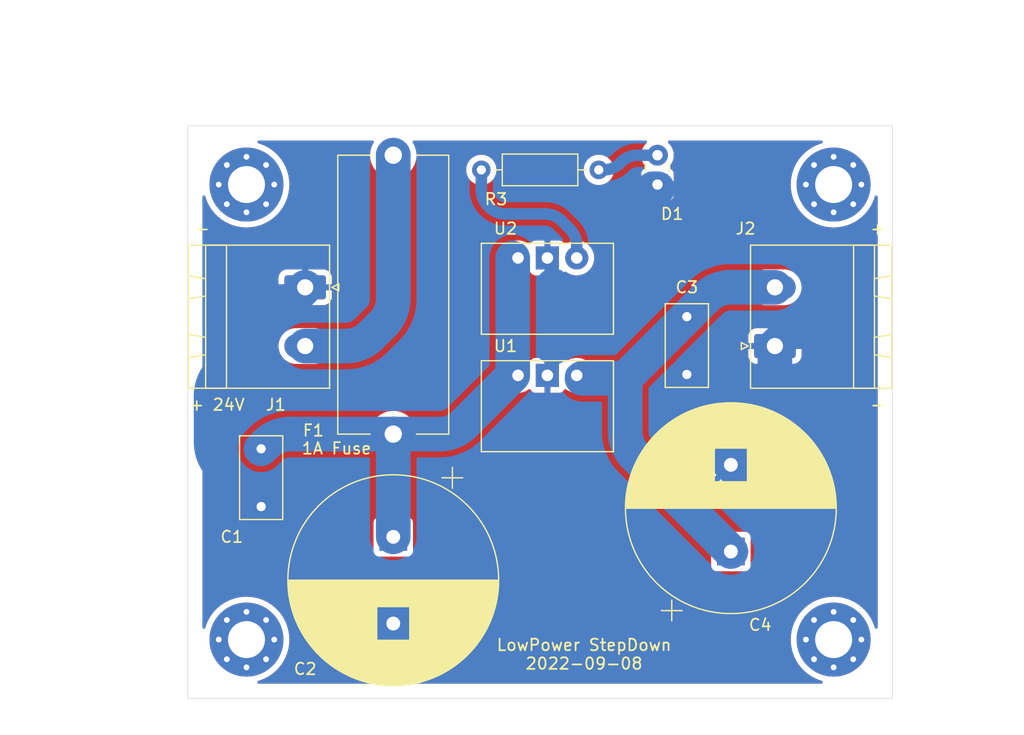
<source format=kicad_pcb>
(kicad_pcb (version 20211014) (generator pcbnew)
  (title_block (title "StepDown LowPower") (date "2022-09-08") (rev "1.2") (company "Gianluca De Rossi"))
  (layers (0 "F.Cu" signal) (31 "B.Cu" signal) (34 "B.Paste" user) (35 "F.Paste" user) (36 "B.SilkS" user "B.Silkscreen") (37 "F.SilkS" user "F.Silkscreen") (38 "B.Mask" user) (39 "F.Mask" user) (44 "Edge.Cuts" user))
  (net 0 "")
  (net 1 "GND")
  (net 2 "VCC")
  (net 3 "VDD")
  (net 4 "+24V")
  (net 5 "Net-(D1-Pad2)")
  (net 6 "Net-(R3-Pad2)")
  (footprint "Littlelfuse520series:Fuseholder_Cylinder-5x20mm_Littlelfuse_520_Horizontal_Open" (layer "F.Cu") (at 55.88 33.02 -90)
    (fp_text reference "F1" (at 23.82 6.91) (layer "F.SilkS"))
    (fp_text value "1A Fuse")
    (pad "1" thru_hole circle locked (at 0 0 270) (size 3 3) (drill 1.5) (layers *.Cu *.Mask) (net 4 "+24V"))
    (pad "2" thru_hole circle locked (at 24.13 0 270) (size 3 3) (drill 1.5) (layers *.Cu *.Mask) (net 2 "VCC"))
  )
  (footprint "Capacitor_THT:CP_Radial_D18.0mm_P7.50mm" (layer "F.Cu") (at 85.09 67.31 90)
    (fp_text reference "C4" (at -6.35 2.54 180) (layer "F.SilkS"))
    (fp_text value "560uF")
    (pad "1" thru_hole rect locked (at 0 0 90) (size 2.4 2.4) (drill 1.2) (layers *.Cu *.Mask) (net 3 "VDD"))
    (pad "2" thru_hole circle locked (at 7.5 0 90) (size 2.4 2.4) (drill 1.2) (layers *.Cu *.Mask) (net 1 "GND"))
  )
  (footprint "Capacitor_THT:C_Rect_L7.0mm_W3.5mm_P5.00mm" (layer "F.Cu") (at 81.28 46.99 -90)
    (fp_text reference "C3" (at -2.54 0 180) (layer "F.SilkS"))
    (fp_text value "56uF Ceramic")
    (pad "1" thru_hole circle locked (at 0 0 270) (size 1.6 1.6) (drill 0.8) (layers *.Cu *.Mask) (net 3 "VDD"))
    (pad "2" thru_hole circle locked (at 5 0 270) (size 1.6 1.6) (drill 0.8) (layers *.Cu *.Mask) (net 1 "GND"))
  )
  (footprint "Capacitor_THT:CP_Radial_D18.0mm_P7.50mm" (layer "F.Cu") (at 55.88 66.04 -90)
    (fp_text reference "C2" (at 11.43 7.62 180) (layer "F.SilkS"))
    (fp_text value "560uF")
    (pad "1" thru_hole rect locked (at 0 0 270) (size 2.4 2.4) (drill 1.2) (layers *.Cu *.Mask) (net 2 "VCC"))
    (pad "2" thru_hole circle locked (at 7.5 0 270) (size 2.4 2.4) (drill 1.2) (layers *.Cu *.Mask) (net 1 "GND"))
  )
  (footprint "MountingHole:MountingHole_3.2mm_M3_Pad_Via" (layer "F.Cu") (at 93.98 35.56)
    (fp_text reference "H2" hide)
    (fp_text value "MountingHole_3.2mm_M3_Pad_Via")
    (pad "1" thru_hole circle locked (at 1.697056 1.697056) (size 0.8 0.8) (drill 0.5) (layers *.Cu *.Mask))
    (pad "1" thru_hole circle locked (at -1.697056 1.697056) (size 0.8 0.8) (drill 0.5) (layers *.Cu *.Mask))
    (pad "1" thru_hole circle locked (at 0 0) (size 6.4 6.4) (drill 3.2) (layers *.Cu *.Mask))
    (pad "1" thru_hole circle locked (at 0 -2.4) (size 0.8 0.8) (drill 0.5) (layers *.Cu *.Mask))
    (pad "1" thru_hole circle locked (at 0 2.4) (size 0.8 0.8) (drill 0.5) (layers *.Cu *.Mask))
    (pad "1" thru_hole circle locked (at -2.4 0) (size 0.8 0.8) (drill 0.5) (layers *.Cu *.Mask))
    (pad "1" thru_hole circle locked (at 1.697056 -1.697056) (size 0.8 0.8) (drill 0.5) (layers *.Cu *.Mask))
    (pad "1" thru_hole circle locked (at -1.697056 -1.697056) (size 0.8 0.8) (drill 0.5) (layers *.Cu *.Mask))
    (pad "1" thru_hole circle locked (at 2.4 0) (size 0.8 0.8) (drill 0.5) (layers *.Cu *.Mask))
  )
  (footprint "MountingHole:MountingHole_3.2mm_M3_Pad_Via" (layer "F.Cu") (at 43.18 74.93)
    (fp_text reference "H3" hide)
    (fp_text value "MountingHole_3.2mm_M3_Pad_Via")
    (pad "1" thru_hole circle locked (at 1.697056 1.697056) (size 0.8 0.8) (drill 0.5) (layers *.Cu *.Mask))
    (pad "1" thru_hole circle locked (at 0 -2.4) (size 0.8 0.8) (drill 0.5) (layers *.Cu *.Mask))
    (pad "1" thru_hole circle locked (at 0 0) (size 6.4 6.4) (drill 3.2) (layers *.Cu *.Mask))
    (pad "1" thru_hole circle locked (at 2.4 0) (size 0.8 0.8) (drill 0.5) (layers *.Cu *.Mask))
    (pad "1" thru_hole circle locked (at -1.697056 -1.697056) (size 0.8 0.8) (drill 0.5) (layers *.Cu *.Mask))
    (pad "1" thru_hole circle locked (at -1.697056 1.697056) (size 0.8 0.8) (drill 0.5) (layers *.Cu *.Mask))
    (pad "1" thru_hole circle locked (at -2.4 0) (size 0.8 0.8) (drill 0.5) (layers *.Cu *.Mask))
    (pad "1" thru_hole circle locked (at 1.697056 -1.697056) (size 0.8 0.8) (drill 0.5) (layers *.Cu *.Mask))
    (pad "1" thru_hole circle locked (at 0 2.4) (size 0.8 0.8) (drill 0.5) (layers *.Cu *.Mask))
  )
  (footprint "MountingHole:MountingHole_3.2mm_M3_Pad_Via" (layer "F.Cu") (at 43.18 35.56)
    (fp_text reference "H1" hide)
    (fp_text value "MountingHole_3.2mm_M3_Pad_Via")
    (pad "1" thru_hole circle locked (at 0 0) (size 6.4 6.4) (drill 3.2) (layers *.Cu *.Mask))
    (pad "1" thru_hole circle locked (at 0 -2.4) (size 0.8 0.8) (drill 0.5) (layers *.Cu *.Mask))
    (pad "1" thru_hole circle locked (at 0 2.4) (size 0.8 0.8) (drill 0.5) (layers *.Cu *.Mask))
    (pad "1" thru_hole circle locked (at -2.4 0) (size 0.8 0.8) (drill 0.5) (layers *.Cu *.Mask))
    (pad "1" thru_hole circle locked (at 1.697056 1.697056) (size 0.8 0.8) (drill 0.5) (layers *.Cu *.Mask))
    (pad "1" thru_hole circle locked (at 2.4 0) (size 0.8 0.8) (drill 0.5) (layers *.Cu *.Mask))
    (pad "1" thru_hole circle locked (at -1.697056 -1.697056) (size 0.8 0.8) (drill 0.5) (layers *.Cu *.Mask))
    (pad "1" thru_hole circle locked (at -1.697056 1.697056) (size 0.8 0.8) (drill 0.5) (layers *.Cu *.Mask))
    (pad "1" thru_hole circle locked (at 1.697056 -1.697056) (size 0.8 0.8) (drill 0.5) (layers *.Cu *.Mask))
  )
  (footprint "Capacitor_THT:C_Rect_L7.0mm_W3.5mm_P5.00mm" (layer "F.Cu") (at 44.45 58.42 -90)
    (fp_text reference "C1" (at 7.62 2.54 180) (layer "F.SilkS"))
    (fp_text value "56uF Ceramic")
    (pad "1" thru_hole circle locked (at 0 0 270) (size 1.6 1.6) (drill 0.8) (layers *.Cu *.Mask) (net 2 "VCC"))
    (pad "2" thru_hole circle locked (at 5 0 270) (size 1.6 1.6) (drill 0.8) (layers *.Cu *.Mask) (net 1 "GND"))
  )
  (footprint "MountingHole:MountingHole_3.2mm_M3_Pad_Via" (layer "F.Cu") (at 93.98 74.93)
    (fp_text reference "H4" hide)
    (fp_text value "MountingHole_3.2mm_M3_Pad_Via")
    (pad "1" thru_hole circle locked (at -2.4 0) (size 0.8 0.8) (drill 0.5) (layers *.Cu *.Mask))
    (pad "1" thru_hole circle locked (at 2.4 0) (size 0.8 0.8) (drill 0.5) (layers *.Cu *.Mask))
    (pad "1" thru_hole circle locked (at -1.697056 -1.697056) (size 0.8 0.8) (drill 0.5) (layers *.Cu *.Mask))
    (pad "1" thru_hole circle locked (at 0 2.4) (size 0.8 0.8) (drill 0.5) (layers *.Cu *.Mask))
    (pad "1" thru_hole circle locked (at 1.697056 1.697056) (size 0.8 0.8) (drill 0.5) (layers *.Cu *.Mask))
    (pad "1" thru_hole circle locked (at 1.697056 -1.697056) (size 0.8 0.8) (drill 0.5) (layers *.Cu *.Mask))
    (pad "1" thru_hole circle locked (at 0 -2.4) (size 0.8 0.8) (drill 0.5) (layers *.Cu *.Mask))
    (pad "1" thru_hole circle locked (at 0 0) (size 6.4 6.4) (drill 3.2) (layers *.Cu *.Mask))
    (pad "1" thru_hole circle locked (at -1.697056 1.697056) (size 0.8 0.8) (drill 0.5) (layers *.Cu *.Mask))
  )
  (footprint "Connector_Phoenix_MSTB:PhoenixContact_MSTBA_2,5_2-G-5,08_1x02_P5.08mm_Horizontal" (layer "F.Cu") (at 48.26 44.45 -90)
    (fp_text reference "J1" (at 10.16 2.54 180) (layer "F.SilkS"))
    (fp_text value "Output_Screw_Terminal")
    (pad "1" thru_hole roundrect locked (at 0 0 270) (size 2.08 3.6) (drill 1.4) (layers *.Cu *.Mask) (roundrect_rratio 0.120192) (net 1 "GND"))
    (pad "2" thru_hole oval locked (at 5.08 0 270) (size 2.08 3.6) (drill 1.4) (layers *.Cu *.Mask) (net 4 "+24V"))
  )
  (footprint "Connector_Phoenix_MSTB:PhoenixContact_MSTBA_2,5_2-G-5,08_1x02_P5.08mm_Horizontal" (layer "F.Cu") (at 88.9 49.53 90)
    (fp_text reference "J2" (at 10.16 -2.54 180) (layer "F.SilkS"))
    (fp_text value "Input_Screw_Terminal")
    (pad "1" thru_hole roundrect locked (at 0 0 90) (size 2.08 3.6) (drill 1.4) (layers *.Cu *.Mask) (roundrect_rratio 0.120192) (net 1 "GND"))
    (pad "2" thru_hole oval locked (at 5.08 0 90) (size 2.08 3.6) (drill 1.4) (layers *.Cu *.Mask) (net 3 "VDD"))
  )
  (footprint "LED_THT:LED_Rectangular_W3.0mm_H2.0mm" (layer "F.Cu") (at 78.74 35.56 90)
    (fp_text reference "D1" (at -2.54 1.27 180) (layer "F.SilkS"))
    (fp_text value "LED")
    (pad "1" thru_hole rect locked (at 0 0 90) (size 1.8 1.8) (drill 0.9) (layers *.Cu *.Mask) (net 1 "GND"))
    (pad "2" thru_hole circle locked (at 2.54 0 90) (size 1.8 1.8) (drill 0.9) (layers *.Cu *.Mask) (net 5 "Net-(D1-Pad2)"))
  )
  (footprint "Resistor_THT:R_Axial_DIN0207_L6.3mm_D2.5mm_P10.16mm_Horizontal" (layer "F.Cu") (at 73.66 34.29 180)
    (fp_text reference "R3" (at 8.89 -2.54) (layer "F.SilkS"))
    (fp_text value "56Ω")
    (pad "1" thru_hole circle locked (at 0 0 180) (size 1.6 1.6) (drill 0.8) (layers *.Cu *.Mask) (net 5 "Net-(D1-Pad2)"))
    (pad "2" thru_hole oval locked (at 10.16 0 180) (size 1.6 1.6) (drill 0.8) (layers *.Cu *.Mask) (net 6 "Net-(R3-Pad2)"))
  )
  (footprint "VXO78-1000:VXO78-1000" (layer "F.Cu") (at 62.23 49.53)
    (fp_text reference "U1" (at 3.36 0) (layer "F.SilkS"))
    (fp_text value "VXO78012-1000")
    (pad "1" thru_hole circle (at 4.445 2.54) (size 2 2) (drill 1) (layers *.Cu *.Mask) (net 2 "VCC"))
    (pad "2" thru_hole rect (at 6.985 2.54) (size 2 2) (drill 1) (layers *.Cu *.Mask) (net 1 "GND"))
    (pad "3" thru_hole circle (at 9.525 2.54 90) (size 2 2) (drill 1) (layers *.Cu *.Mask) (net 3 "VDD"))
  )
  (footprint "VXO78-1000:VXO78-1000" (layer "F.Cu") (at 62.23 39.37)
    (fp_text reference "U2" (at 3.36 0) (layer "F.SilkS"))
    (fp_text value "VXO7803-1000")
    (pad "1" thru_hole circle (at 4.445 2.54) (size 2 2) (drill 1) (layers *.Cu *.Mask) (net 2 "VCC"))
    (pad "2" thru_hole rect (at 6.985 2.54) (size 2 2) (drill 1) (layers *.Cu *.Mask) (net 1 "GND"))
    (pad "3" thru_hole circle (at 9.525 2.54 90) (size 2 2) (drill 1) (layers *.Cu *.Mask) (net 6 "Net-(R3-Pad2)"))
  )
  (gr_line (start 99.06 80.01) (end 38.1 80.01) (layer "Edge.Cuts") (width 0.05))
  (gr_line (start 38.1 30.48) (end 99.06 30.48) (layer "Edge.Cuts") (width 0.05))
  (gr_line (start 38.1 30.48) (end 38.1 80.01) (layer "Edge.Cuts") (width 0.05))
  (gr_line (start 99.06 30.48) (end 99.06 80.01) (layer "Edge.Cuts") (width 0.05))
  (gr_text "1A Fuse" (at 50.98 58.39) (layer "F.SilkS") (effects (font (size 1 1))))
  (gr_text "LowPower StepDown\n2022-09-08" (at 72.39 76.2) (layer "F.SilkS") (effects (font (size 1 1))))
  (gr_text "+" (at 97.79 39.37) (layer "F.SilkS") (effects (font (size 1 1))))
  (gr_text "-" (at 97.79 54.61) (layer "F.SilkS") (effects (font (size 1 1))))
  (gr_text "+ 24V" (at 40.64 54.61) (layer "F.SilkS") (effects (font (size 1 1))))
  (gr_text "-" (at 39.37 39.37) (layer "F.SilkS") (effects (font (size 1 1))))
  (segment (start 72.39 46.99) (end 69.715009 49.664991) (width 3) (layer "B.Cu") (net 1))
  (segment (start 69.73 73.54) (end 85.237359 73.54) (width 3) (layer "B.Cu") (net 1))
  (segment (start 72.39 46.985002) (end 69.715009 44.310011) (width 3) (layer "B.Cu") (net 1))
  (segment (start 91.82133 42.312107) (end 91.337892 41.828669) (width 3) (layer "B.Cu") (net 1))
  (segment (start 89.29132 64.01132) (end 85.09 59.81) (width 3) (layer "B.Cu") (net 1))
  (segment (start 77.79501 36.50499) (end 78.379999 35.920001) (width 3) (layer "B.Cu") (net 1))
  (segment (start 77.79501 41.58499) (end 72.39 46.99) (width 3) (layer "B.Cu") (net 1))
  (segment (start 53.69132 72.66132) (end 44.45 63.42) (width 3) (layer "B.Cu") (net 1))
  (segment (start 87.35868 72.66132) (end 89.291321 70.728679) (width 3) (layer "B.Cu") (net 1))
  (segment (start 82.15868 56.87868) (end 85.09 59.81) (width 3) (layer "B.Cu") (net 1))
  (segment (start 78.379999 35.920001) (end 78.74 35.920001) (width 3) (layer "B.Cu") (net 1))
  (segment (start 77.79501 40.94999) (end 77.79501 41.58499) (width 3) (layer "B.Cu") (net 1))
  (segment (start 44.45 63.42) (end 41.003689 59.973689) (width 3) (layer "B.Cu") (net 1))
  (segment (start 88.9 49.53) (end 88.9 54.757359) (width 3) (layer "B.Cu") (net 1))
  (segment (start 41.00369 51.70631) (end 48.26 44.45) (width 3) (layer "B.Cu") (net 1))
  (segment (start 72.39 46.99) (end 72.39 46.985002) (width 3) (layer "B.Cu") (net 1))
  (segment (start 89.216572 40.94999) (end 77.79501 40.94999) (width 3) (layer "B.Cu") (net 1))
  (segment (start 40.12501 57.852369) (end 40.12501 53.827631) (width 3) (layer "B.Cu") (net 1))
  (segment (start 81.28 51.99) (end 81.28 54.757359) (width 3) (layer "B.Cu") (net 1))
  (segment (start 88.9 49.53) (end 91.821331 46.608669) (width 3) (layer "B.Cu") (net 1))
  (segment (start 77.79501 40.94999) (end 77.79501 36.50499) (width 3) (layer "B.Cu") (net 1))
  (segment (start 88.02132 56.87868) (end 85.09 59.81) (width 3) (layer "B.Cu") (net 1))
  (segment (start 90.17 68.607359) (end 90.17 66.132641) (width 3) (layer "B.Cu") (net 1))
  (segment (start 55.88 73.54) (end 55.812641 73.54) (width 3) (layer "B.Cu") (net 1))
  (segment (start 92.70001 44.487349) (end 92.70001 44.433428) (width 3) (layer "B.Cu") (net 1))
  (segment (start 55.88 73.54) (end 69.73 73.54) (width 3) (layer "B.Cu") (net 1))
  (arc (start 41.00369 51.70631) (mid 40.353371 52.67958) (end 40.12501 53.827631) (width 3) (layer "B.Cu") (net 1))
  (arc (start 85.237359 73.54) (mid 86.38541 73.311638) (end 87.35868 72.66132) (width 3) (layer "B.Cu") (net 1))
  (arc (start 89.216572 40.94999) (mid 90.364622 41.178351) (end 91.337892 41.828669) (width 3) (layer "B.Cu") (net 1))
  (arc (start 91.821331 46.608669) (mid 92.471649 45.635399) (end 92.70001 44.487349) (width 3) (layer "B.Cu") (net 1))
  (arc (start 91.82133 42.312107) (mid 92.471649 43.285377) (end 92.70001 44.433428) (width 3) (layer "B.Cu") (net 1))
  (arc (start 89.29132 64.01132) (mid 89.941639 64.98459) (end 90.17 66.132641) (width 3) (layer "B.Cu") (net 1))
  (arc (start 53.69132 72.66132) (mid 54.66459 73.311639) (end 55.812641 73.54) (width 3) (layer "B.Cu") (net 1))
  (arc (start 88.9 54.757359) (mid 88.671638 55.90541) (end 88.02132 56.87868) (width 3) (layer "B.Cu") (net 1))
  (arc (start 40.12501 57.852369) (mid 40.353371 59.000419) (end 41.003689 59.973689) (width 3) (layer "B.Cu") (net 1))
  (arc (start 89.291321 70.728679) (mid 89.941639 69.755409) (end 90.17 68.607359) (width 3) (layer "B.Cu") (net 1))
  (arc (start 81.28 54.757359) (mid 81.508362 55.90541) (end 82.15868 56.87868) (width 3) (layer "B.Cu") (net 1))
  (segment (start 66.214999 52.07) (end 62.013678 56.271321) (width 3) (layer "B.Cu") (net 2))
  (segment (start 44.84132 58.02868) (end 44.45 58.42) (width 3) (layer "B.Cu") (net 2))
  (segment (start 55.88 57.15) (end 55.88 66.04) (width 3) (layer "B.Cu") (net 2))
  (segment (start 59.892358 57.15) (end 55.88 57.15) (width 3) (layer "B.Cu") (net 2))
  (segment (start 55.88 57.15) (end 46.962641 57.15) (width 3) (layer "B.Cu") (net 2))
  (segment (start 66.214999 41.91) (end 66.214999 52.07) (width 3) (layer "B.Cu") (net 2))
  (arc (start 59.892358 57.15) (mid 61.040408 56.921639) (end 62.013678 56.271321) (width 3) (layer "B.Cu") (net 2))
  (arc (start 46.962641 57.15) (mid 45.81459 57.378362) (end 44.84132 58.02868) (width 3) (layer "B.Cu") (net 2))
  (segment (start 81.28 46.99) (end 75.94762 52.32238) (width 3) (layer "B.Cu") (net 3))
  (segment (start 76.8263 59.0463) (end 85.09 67.31) (width 3) (layer "B.Cu") (net 3))
  (segment (start 75.94762 52.32238) (end 75.94762 56.924979) (width 3) (layer "B.Cu") (net 3))
  (segment (start 75.94762 52.32238) (end 72.215001 52.32238) (width 3) (layer "B.Cu") (net 3))
  (segment (start 88.9 44.45) (end 85.062641 44.45) (width 3) (layer "B.Cu") (net 3))
  (segment (start 82.94132 45.32868) (end 81.28 46.99) (width 3) (layer "B.Cu") (net 3))
  (arc (start 82.94132 45.32868) (mid 83.91459 44.678361) (end 85.062641 44.45) (width 3) (layer "B.Cu") (net 3))
  (arc (start 75.94762 56.924979) (mid 76.175982 58.07303) (end 76.8263 59.0463) (width 3) (layer "B.Cu") (net 3))
  (segment (start 53.93868 48.65132) (end 55.001321 47.588679) (width 3) (layer "B.Cu") (net 4))
  (segment (start 55.88 45.467359) (end 55.88 33.02) (width 3) (layer "B.Cu") (net 4))
  (segment (start 48.26 49.53) (end 51.817359 49.53) (width 3) (layer "B.Cu") (net 4))
  (arc (start 51.817359 49.53) (mid 52.96541 49.301638) (end 53.93868 48.65132) (width 3) (layer "B.Cu") (net 4))
  (arc (start 55.88 45.467359) (mid 55.651639 46.615409) (end 55.001321 47.588679) (width 3) (layer "B.Cu") (net 4))
  (segment (start 77.028427 33.02) (end 78.74 33.02) (width 1) (layer "B.Cu") (net 5))
  (segment (start 75.515787 33.704213) (end 75.614214 33.605786) (width 1) (layer "B.Cu") (net 5))
  (segment (start 73.66 34.29) (end 74.101573 34.29) (width 1) (layer "B.Cu") (net 5))
  (arc (start 77.028427 33.02) (mid 76.26306 33.172241) (end 75.614214 33.605786) (width 1) (layer "B.Cu") (net 5))
  (arc (start 75.515787 33.704213) (mid 74.86694 34.137759) (end 74.101573 34.29) (width 1) (layer "B.Cu") (net 5))
  (segment (start 71.755 41.91) (end 71.755 40.833427) (width 1) (layer "B.Cu") (net 6))
  (segment (start 71.169213 39.419213) (end 70.435786 38.685786) (width 1) (layer "B.Cu") (net 6))
  (segment (start 63.5 36.001573) (end 63.5 34.29) (width 1) (layer "B.Cu") (net 6))
  (segment (start 69.021573 38.1) (end 65.598427 38.1) (width 1) (layer "B.Cu") (net 6))
  (segment (start 64.184213 37.514213) (end 64.085786 37.415786) (width 1) (layer "B.Cu") (net 6))
  (arc (start 63.5 36.001573) (mid 63.652241 36.76694) (end 64.085786 37.415786) (width 1) (layer "B.Cu") (net 6))
  (arc (start 65.598427 38.1) (mid 64.83306 37.947759) (end 64.184213 37.514213) (width 1) (layer "B.Cu") (net 6))
  (arc (start 71.169213 39.419213) (mid 71.602759 40.06806) (end 71.755 40.833427) (width 1) (layer "B.Cu") (net 6))
  (arc (start 69.021573 38.1) (mid 69.78694 38.252241) (end 70.435786 38.685786) (width 1) (layer "B.Cu") (net 6))
  (zone (net 1) (net_name "GND") (layer "F.Cu") (connect_pads (clearance 0.508)) (min_thickness 0.254) (fill yes (thermal_gap 0.508) (thermal_bridge_width 0.508))
    (polygon (pts (xy 97.79 78.74) (xy 39.37 78.74) (xy 39.37 31.75) (xy 97.79 31.75)))
  )
  (zone (net 1) (net_name "GND") (layer "B.Cu") (connect_pads (clearance 0.508)) (min_thickness 0.254) (fill yes (thermal_gap 0.508) (thermal_bridge_width 0.508))
    (polygon (pts (xy 97.79 78.74) (xy 39.37 78.74) (xy 39.37 31.75) (xy 97.79 31.75)))
  )
)
</source>
